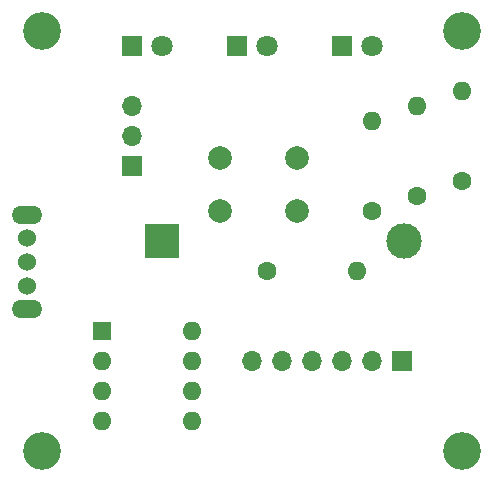
<source format=gbr>
G04 #@! TF.GenerationSoftware,KiCad,Pcbnew,5.0.0-fee4fd1~66~ubuntu18.04.1*
G04 #@! TF.CreationDate,2018-09-29T20:43:12+02:00*
G04 #@! TF.ProjectId,attinyReflexos,617474696E795265666C65786F732E6B,rev?*
G04 #@! TF.SameCoordinates,Original*
G04 #@! TF.FileFunction,Soldermask,Bot*
G04 #@! TF.FilePolarity,Negative*
%FSLAX46Y46*%
G04 Gerber Fmt 4.6, Leading zero omitted, Abs format (unit mm)*
G04 Created by KiCad (PCBNEW 5.0.0-fee4fd1~66~ubuntu18.04.1) date Sat Sep 29 20:43:12 2018*
%MOMM*%
%LPD*%
G01*
G04 APERTURE LIST*
%ADD10C,3.000000*%
%ADD11R,3.000000X3.000000*%
%ADD12C,1.524000*%
%ADD13O,2.600000X1.524000*%
%ADD14R,1.600000X1.600000*%
%ADD15O,1.600000X1.600000*%
%ADD16R,1.700000X1.700000*%
%ADD17O,1.700000X1.700000*%
%ADD18C,3.200000*%
%ADD19C,1.600000*%
%ADD20C,2.000000*%
%ADD21R,1.800000X1.800000*%
%ADD22C,1.800000*%
G04 APERTURE END LIST*
D10*
G04 #@! TO.C,BT1*
X169080000Y-111760000D03*
D11*
X148590000Y-111760000D03*
G04 #@! TD*
D12*
G04 #@! TO.C,SW2*
X137160000Y-115570000D03*
X137160000Y-113570000D03*
X137160000Y-111570000D03*
D13*
X137160000Y-117570000D03*
X137160000Y-109570000D03*
G04 #@! TD*
D14*
G04 #@! TO.C,U1*
X143510000Y-119380000D03*
D15*
X151130000Y-127000000D03*
X143510000Y-121920000D03*
X151130000Y-124460000D03*
X143510000Y-124460000D03*
X151130000Y-121920000D03*
X143510000Y-127000000D03*
X151130000Y-119380000D03*
G04 #@! TD*
D16*
G04 #@! TO.C,J1*
X168910000Y-121920000D03*
D17*
X166370000Y-121920000D03*
X163830000Y-121920000D03*
X161290000Y-121920000D03*
X158750000Y-121920000D03*
X156210000Y-121920000D03*
G04 #@! TD*
D18*
G04 #@! TO.C,REF\002A\002A*
X138430000Y-93980000D03*
G04 #@! TD*
G04 #@! TO.C,REF\002A\002A*
X173990000Y-93980000D03*
G04 #@! TD*
G04 #@! TO.C,REF\002A\002A*
X173990000Y-129540000D03*
G04 #@! TD*
G04 #@! TO.C,REF\002A\002A*
X138430000Y-129540000D03*
G04 #@! TD*
D16*
G04 #@! TO.C,J2*
X146050000Y-105410000D03*
D17*
X146050000Y-102870000D03*
X146050000Y-100330000D03*
G04 #@! TD*
D19*
G04 #@! TO.C,R1*
X157480000Y-114300000D03*
D15*
X165100000Y-114300000D03*
G04 #@! TD*
D19*
G04 #@! TO.C,R2*
X173990000Y-106680000D03*
D15*
X173990000Y-99060000D03*
G04 #@! TD*
D19*
G04 #@! TO.C,R3*
X170180000Y-107950000D03*
D15*
X170180000Y-100330000D03*
G04 #@! TD*
D19*
G04 #@! TO.C,R4*
X166370000Y-109220000D03*
D15*
X166370000Y-101600000D03*
G04 #@! TD*
D20*
G04 #@! TO.C,SW1*
X160020000Y-104720000D03*
X160020000Y-109220000D03*
X153520000Y-104720000D03*
X153520000Y-109220000D03*
G04 #@! TD*
D21*
G04 #@! TO.C,D1*
X163830000Y-95250000D03*
D22*
X166370000Y-95250000D03*
G04 #@! TD*
D21*
G04 #@! TO.C,D2*
X154940000Y-95250000D03*
D22*
X157480000Y-95250000D03*
G04 #@! TD*
D21*
G04 #@! TO.C,D3*
X146050000Y-95250000D03*
D22*
X148590000Y-95250000D03*
G04 #@! TD*
M02*

</source>
